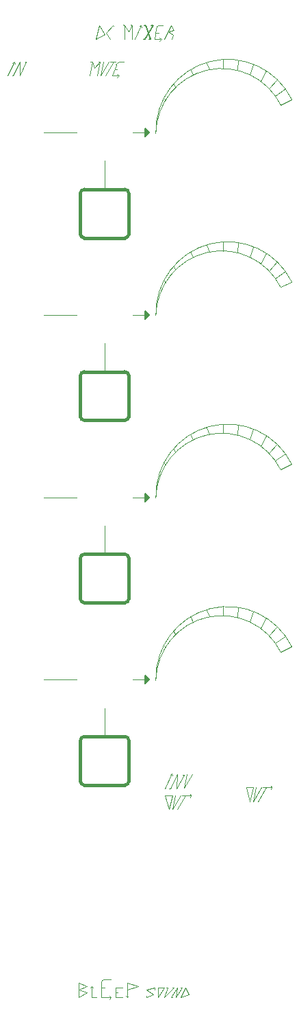
<source format=gto>
G04 #@! TF.GenerationSoftware,KiCad,Pcbnew,6.0.10+dfsg-1~bpo11+1*
G04 #@! TF.CreationDate,2023-01-12T21:37:10+00:00*
G04 #@! TF.ProjectId,Basic-DC-mixer,42617369-632d-4444-932d-6d697865722e,rev?*
G04 #@! TF.SameCoordinates,Original*
G04 #@! TF.FileFunction,Legend,Top*
G04 #@! TF.FilePolarity,Positive*
%FSLAX46Y46*%
G04 Gerber Fmt 4.6, Leading zero omitted, Abs format (unit mm)*
G04 Created by KiCad (PCBNEW 6.0.10+dfsg-1~bpo11+1) date 2023-01-12 21:37:10*
%MOMM*%
%LPD*%
G01*
G04 APERTURE LIST*
%ADD10C,0.120000*%
%ADD11C,0.400000*%
%ADD12C,0.150000*%
%ADD13C,0.100000*%
%ADD14O,6.700000X4.200000*%
G04 APERTURE END LIST*
D10*
X86900000Y-145300000D02*
X86900000Y-146700000D01*
X88100000Y-146700000D02*
X89300000Y-146700000D01*
X85300000Y-146700000D02*
X86300000Y-146100000D01*
X86300000Y-146100000D02*
X85300000Y-145700000D01*
X86900000Y-146700000D02*
X87500000Y-146700000D01*
X88500000Y-144500000D02*
X89300000Y-144500000D01*
X89900000Y-146700000D02*
X90700000Y-146700000D01*
X91300000Y-144900000D02*
X92700000Y-145300000D01*
X88100000Y-144900000D02*
X88100000Y-146700000D01*
X88100000Y-145500000D02*
X88500000Y-145500000D01*
X89900000Y-145500000D02*
X89900000Y-146700000D01*
X91100000Y-146500000D02*
X91300000Y-146700000D01*
X89900000Y-145500000D02*
X90700000Y-145500000D01*
X91300000Y-146700000D02*
X91300000Y-146500000D01*
X91300000Y-144900000D02*
X91300000Y-146700000D01*
X92700000Y-145300000D02*
X91300000Y-145700000D01*
X89900000Y-146100000D02*
X90100000Y-146100000D01*
X85300000Y-145700000D02*
X86300000Y-145300000D01*
X91300000Y-146700000D02*
X91500000Y-146500000D01*
X85300000Y-144900000D02*
X85300000Y-146700000D01*
X86300000Y-145300000D02*
X85300000Y-144900000D01*
X98100000Y-145500000D02*
X97900000Y-145500000D01*
X93700000Y-146700000D02*
X93700000Y-146500000D01*
X95100000Y-145500000D02*
X95100000Y-146700000D01*
X96300000Y-145500000D02*
X95900000Y-146700000D01*
X95900000Y-146700000D02*
X97100000Y-145500000D01*
X98500000Y-145500000D02*
X97900000Y-146700000D01*
X98500000Y-145500000D02*
X98900000Y-146300000D01*
X94700000Y-145500000D02*
X94700000Y-145700000D01*
X86900000Y-145300000D02*
X86700000Y-145500000D01*
X86900000Y-145300000D02*
X87100000Y-145500000D01*
X97500000Y-145500000D02*
X97300000Y-146700000D01*
X88500000Y-144500000D02*
G75*
G03*
X88100000Y-144900000I0J-400000D01*
G01*
X94500000Y-146300000D02*
X93700000Y-146700000D01*
X89300000Y-146700000D02*
X89100000Y-146500000D01*
X89300000Y-146700000D02*
X89100000Y-146900000D01*
X93700000Y-145700000D02*
X94500000Y-146300000D01*
X95900000Y-145500000D02*
X95100000Y-145500000D01*
X97300000Y-146700000D02*
X98100000Y-145500000D01*
X97500000Y-145500000D02*
X96700000Y-146700000D01*
X96300000Y-145500000D02*
X96100000Y-145500000D01*
X96700000Y-146700000D02*
X96900000Y-146700000D01*
X97100000Y-145500000D02*
X96900000Y-145500000D01*
X95100000Y-146700000D02*
X95900000Y-145500000D01*
X97900000Y-146700000D02*
X98900000Y-146300000D01*
X94700000Y-145500000D02*
X93700000Y-145700000D01*
X88500000Y-43500000D02*
X88500000Y-47000000D01*
X108100000Y-120800000D02*
X108800000Y-120800000D01*
X106500000Y-122500000D02*
X106000000Y-120800000D01*
X106000000Y-120800000D02*
X106900000Y-120800000D01*
X107200000Y-120800000D02*
X106900000Y-122500000D01*
X106900000Y-122500000D02*
X107900000Y-120800000D01*
X106900000Y-120800000D02*
X106500000Y-122500000D01*
X108500000Y-120800000D02*
X107500000Y-122500000D01*
X77300000Y-31300000D02*
X77100000Y-31400000D01*
X77200000Y-33000000D02*
X78000000Y-31300000D01*
X77200000Y-33000000D02*
X77100000Y-33000000D01*
X78000000Y-31300000D02*
X78000000Y-33000000D01*
X77300000Y-31300000D02*
X77400000Y-31500000D01*
X78000000Y-33000000D02*
X78800000Y-31300000D01*
X76500000Y-33000000D02*
X77300000Y-31300000D01*
X78800000Y-31300000D02*
X78700000Y-31300000D01*
X106455151Y-32854115D02*
X106841985Y-31599148D01*
X110281985Y-104069148D02*
G75*
G03*
X94841985Y-107599148I-7281985J-3680852D01*
G01*
X109200000Y-120800000D02*
X109100000Y-121000000D01*
X103141985Y-99599148D02*
X103141985Y-98499148D01*
X95841985Y-103299148D02*
X96041985Y-103499148D01*
X96900000Y-121800000D02*
X96500000Y-123500000D01*
X81000000Y-107500000D02*
X85000000Y-107500000D01*
X110281985Y-81569148D02*
G75*
G03*
X94841985Y-85099148I-7281985J-3680852D01*
G01*
X103141985Y-32099148D02*
X103141985Y-30999148D01*
X106455151Y-77854115D02*
X106841985Y-76599148D01*
X104941985Y-54799148D02*
X105041985Y-53599148D01*
X98300000Y-119200000D02*
X97425000Y-120900000D01*
X104941985Y-99799148D02*
X105041985Y-98599148D01*
D11*
X85500000Y-47500000D02*
X85500000Y-52500000D01*
D10*
X96500000Y-123500000D02*
X96000000Y-121800000D01*
X88000000Y-33000000D02*
X89000000Y-31300000D01*
X110281985Y-104069148D02*
X111655151Y-103404115D01*
X111655159Y-35904111D02*
G75*
G03*
X94841985Y-40099148I-7949579J-3929149D01*
G01*
X96700000Y-26800000D02*
X95900000Y-28500000D01*
D11*
X91500000Y-47500000D02*
G75*
G03*
X91000000Y-47000000I-500000J0D01*
G01*
D10*
X87950000Y-31300000D02*
X87250000Y-32050000D01*
X97100000Y-27400000D02*
X96400000Y-27500000D01*
X104941985Y-77299148D02*
X105041985Y-76099148D01*
X96000000Y-121800000D02*
X96900000Y-121800000D01*
D11*
X91500000Y-92500000D02*
G75*
G03*
X91000000Y-92000000I-500000J0D01*
G01*
X85500000Y-70000000D02*
X85500000Y-75000000D01*
D12*
G36*
X94000000Y-62500000D02*
G01*
X93500000Y-63000000D01*
X93500000Y-62000000D01*
X94000000Y-62500000D01*
G37*
X94000000Y-62500000D02*
X93500000Y-63000000D01*
X93500000Y-62000000D01*
X94000000Y-62500000D01*
D11*
X91500000Y-47500000D02*
X91500000Y-52500000D01*
D10*
X99441985Y-55399148D02*
X99141985Y-54799148D01*
X89550000Y-26800000D02*
X88700000Y-27750000D01*
X93000000Y-26800000D02*
X93100000Y-27000000D01*
D11*
X86000000Y-114500000D02*
G75*
G03*
X85500000Y-115000000I0J-500000D01*
G01*
D10*
X98800000Y-121800000D02*
X99200000Y-121800000D01*
D11*
X86000000Y-69500000D02*
X91000000Y-69500000D01*
D10*
X87950000Y-31300000D02*
X87550000Y-33000000D01*
X88500000Y-88500000D02*
X88500000Y-92000000D01*
D11*
X86000000Y-114500000D02*
X91000000Y-114500000D01*
D10*
X93000000Y-26800000D02*
X92800000Y-26900000D01*
X94000000Y-107500000D02*
X92000000Y-107500000D01*
X87800000Y-26800000D02*
X87400000Y-28500000D01*
X87950000Y-31300000D02*
X87750000Y-31300000D01*
D11*
X85500000Y-52500000D02*
G75*
G03*
X86000000Y-53000000I500000J0D01*
G01*
D10*
X108865151Y-79564115D02*
X109805151Y-78434115D01*
D11*
X91500000Y-70000000D02*
X91500000Y-75000000D01*
D10*
X89550000Y-26800000D02*
X89650000Y-26900000D01*
X91000000Y-26800000D02*
X91000000Y-28500000D01*
X101441985Y-54699148D02*
X101141985Y-53899148D01*
X110281985Y-36569148D02*
G75*
G03*
X94841985Y-40099148I-7281985J-3680852D01*
G01*
X103141985Y-54599148D02*
X103141985Y-53499148D01*
X92200000Y-28500000D02*
X93000000Y-26800000D01*
X87250000Y-32050000D02*
X86950000Y-31300000D01*
X108865151Y-57064115D02*
X109805151Y-55934115D01*
D11*
X91000000Y-98000000D02*
X86000000Y-98000000D01*
D10*
X99441985Y-100399148D02*
X99141985Y-99799148D01*
X107791985Y-56149148D02*
X108475151Y-54874115D01*
X89750000Y-32200000D02*
X90050000Y-32200000D01*
X90250000Y-33000000D02*
X90050000Y-32800000D01*
X81000000Y-40000000D02*
X85000000Y-40000000D01*
D11*
X86000000Y-69500000D02*
G75*
G03*
X85500000Y-70000000I0J-500000D01*
G01*
D10*
X96800000Y-119100000D02*
X96600000Y-119200000D01*
X101441985Y-32199148D02*
X101141985Y-31399148D01*
X90250000Y-33000000D02*
X90050000Y-33200000D01*
X90450000Y-31300000D02*
X90850000Y-31300000D01*
X110281985Y-36569148D02*
X111655151Y-35904115D01*
X101441985Y-99699148D02*
X101141985Y-98899148D01*
D11*
X86000000Y-92000000D02*
X91000000Y-92000000D01*
D10*
X91500000Y-27500000D02*
X91000000Y-26800000D01*
X98500000Y-121800000D02*
X97500000Y-123500000D01*
X97041985Y-101499148D02*
X97241985Y-101899148D01*
D12*
G36*
X94000000Y-40000000D02*
G01*
X93500000Y-40500000D01*
X93500000Y-39500000D01*
X94000000Y-40000000D01*
G37*
X94000000Y-40000000D02*
X93500000Y-40500000D01*
X93500000Y-39500000D01*
X94000000Y-40000000D01*
D10*
X109200000Y-120800000D02*
X109100000Y-120600000D01*
X99200000Y-121800000D02*
X99100000Y-122000000D01*
D11*
X91000000Y-120500000D02*
X86000000Y-120500000D01*
D10*
X111655159Y-103404111D02*
G75*
G03*
X94841985Y-107599148I-7949579J-3929149D01*
G01*
X107791985Y-78649148D02*
X108475151Y-77374115D01*
D11*
X85500000Y-115000000D02*
X85500000Y-120000000D01*
D10*
X94000000Y-40000000D02*
X92000000Y-40000000D01*
D11*
X91000000Y-98000000D02*
G75*
G03*
X91500000Y-97500000I0J500000D01*
G01*
X86000000Y-92000000D02*
G75*
G03*
X85500000Y-92500000I0J-500000D01*
G01*
D10*
X99200000Y-121800000D02*
X99100000Y-121600000D01*
X97450000Y-119150000D02*
X97425000Y-120900000D01*
D11*
X85500000Y-75000000D02*
G75*
G03*
X86000000Y-75500000I500000J0D01*
G01*
D10*
X97450000Y-119150000D02*
X96600000Y-120900000D01*
X107791985Y-101149148D02*
X108475151Y-99874115D01*
D12*
X94500000Y-26800000D02*
X94300000Y-26800000D01*
D10*
X89950000Y-31650000D02*
X89450000Y-33000000D01*
X88300000Y-31300000D02*
X88000000Y-33000000D01*
D11*
X91000000Y-120500000D02*
G75*
G03*
X91500000Y-120000000I0J500000D01*
G01*
D10*
X86950000Y-31300000D02*
X86650000Y-33000000D01*
D11*
X85500000Y-97500000D02*
G75*
G03*
X86000000Y-98000000I500000J0D01*
G01*
D10*
X96600000Y-120900000D02*
X96500000Y-120900000D01*
D12*
X93600000Y-26800000D02*
X94200000Y-28500000D01*
D10*
X90449999Y-31299982D02*
G75*
G03*
X89950000Y-31650000I17001J-556418D01*
G01*
X97041985Y-56499148D02*
X97241985Y-56899148D01*
X81000000Y-85000000D02*
X85000000Y-85000000D01*
X106455151Y-100354115D02*
X106841985Y-99099148D01*
D12*
G36*
X94000000Y-85000000D02*
G01*
X93500000Y-85500000D01*
X93500000Y-84500000D01*
X94000000Y-85000000D01*
G37*
X94000000Y-85000000D02*
X93500000Y-85500000D01*
X93500000Y-84500000D01*
X94000000Y-85000000D01*
D10*
X111655159Y-80904111D02*
G75*
G03*
X94841985Y-85099148I-7949579J-3929149D01*
G01*
X94900000Y-27200000D02*
X94700000Y-28500000D01*
X107791985Y-33649148D02*
X108475151Y-32374115D01*
X96000000Y-120900000D02*
X96800000Y-119100000D01*
D11*
X86000000Y-47000000D02*
G75*
G03*
X85500000Y-47500000I0J-500000D01*
G01*
D10*
X97041985Y-78999148D02*
X97241985Y-79399148D01*
X108865151Y-102064115D02*
X109805151Y-100934115D01*
D11*
X85500000Y-120000000D02*
G75*
G03*
X86000000Y-120500000I500000J0D01*
G01*
D10*
X98100000Y-121800000D02*
X98800000Y-121800000D01*
X89200000Y-31300000D02*
X89900000Y-31300000D01*
D11*
X91500000Y-70000000D02*
G75*
G03*
X91000000Y-69500000I-500000J0D01*
G01*
D10*
X96400000Y-27500000D02*
X97000000Y-28000000D01*
X89200000Y-28500000D02*
X89300000Y-28400000D01*
X94900000Y-27700000D02*
X95200000Y-27700000D01*
X109625151Y-35494115D02*
X110841985Y-34599148D01*
X96900000Y-123500000D02*
X97900000Y-121800000D01*
X106455151Y-55354115D02*
X106841985Y-54099148D01*
X101441985Y-77199148D02*
X101141985Y-76399148D01*
X95841985Y-58299148D02*
X96041985Y-58499148D01*
X94000000Y-85000000D02*
X92000000Y-85000000D01*
D11*
X85500000Y-92500000D02*
X85500000Y-97500000D01*
D10*
X95300000Y-26800000D02*
G75*
G03*
X94900000Y-27200000I0J-400000D01*
G01*
X88500000Y-66000000D02*
X88500000Y-69500000D01*
X94000000Y-62500000D02*
X92000000Y-62500000D01*
X91900000Y-26800000D02*
X91500000Y-27500000D01*
X91000000Y-26800000D02*
X90800000Y-26700000D01*
X81000000Y-62500000D02*
X85000000Y-62500000D01*
D12*
X93600000Y-26800000D02*
X93400000Y-26800000D01*
D10*
X104941985Y-32299148D02*
X105041985Y-31099148D01*
X95300000Y-26800000D02*
X95700000Y-26800000D01*
D12*
G36*
X94000000Y-107500000D02*
G01*
X93500000Y-108000000D01*
X93500000Y-107000000D01*
X94000000Y-107500000D01*
G37*
X94000000Y-107500000D02*
X93500000Y-108000000D01*
X93500000Y-107000000D01*
X94000000Y-107500000D01*
D10*
X109625151Y-80494115D02*
X110841985Y-79599148D01*
X108800000Y-120800000D02*
X109200000Y-120800000D01*
X99441985Y-77899148D02*
X99141985Y-77299148D01*
X98650000Y-119150000D02*
X98350000Y-120850000D01*
X110281985Y-59069148D02*
G75*
G03*
X94841985Y-62599148I-7281985J-3680852D01*
G01*
D11*
X91000000Y-75500000D02*
X86000000Y-75500000D01*
D10*
X95500000Y-28500000D02*
X95300000Y-28700000D01*
X91900000Y-26800000D02*
X91900000Y-28500000D01*
X110281985Y-59069148D02*
X111655151Y-58404115D01*
D11*
X86000000Y-47000000D02*
X91000000Y-47000000D01*
D10*
X108865151Y-34564115D02*
X109805151Y-33434115D01*
D11*
X91500000Y-115000000D02*
X91500000Y-120000000D01*
D10*
X86950000Y-31300000D02*
X86750000Y-31300000D01*
D12*
X94200000Y-28500000D02*
X94000000Y-28500000D01*
D11*
X91500000Y-115000000D02*
G75*
G03*
X91000000Y-114500000I-500000J0D01*
G01*
X91000000Y-75500000D02*
G75*
G03*
X91500000Y-75000000I0J500000D01*
G01*
D10*
X98350000Y-120850000D02*
X99350000Y-119150000D01*
X109625151Y-57994115D02*
X110841985Y-57099148D01*
D12*
X93500000Y-28500000D02*
X94500000Y-26800000D01*
D10*
X88500000Y-27900000D02*
X87800000Y-26800000D01*
X97200000Y-121800000D02*
X96900000Y-123500000D01*
D11*
X91000000Y-53000000D02*
G75*
G03*
X91500000Y-52500000I0J500000D01*
G01*
D10*
X109625151Y-102994115D02*
X110841985Y-102099148D01*
X94700000Y-28500000D02*
X95400000Y-28500000D01*
X88700000Y-27750000D02*
X89200000Y-28500000D01*
X111655159Y-58404111D02*
G75*
G03*
X94841985Y-62599148I-7949579J-3929149D01*
G01*
X97000000Y-28000000D02*
X96800000Y-28500000D01*
X87400000Y-28500000D02*
X88500000Y-27900000D01*
X96700000Y-26800000D02*
X97100000Y-27400000D01*
X98300000Y-119200000D02*
X98200000Y-119200000D01*
X95841985Y-35799148D02*
X96041985Y-35999148D01*
X95841985Y-80799148D02*
X96041985Y-80999148D01*
X110281985Y-81569148D02*
X111655151Y-80904115D01*
X88500000Y-111000000D02*
X88500000Y-114500000D01*
X89450000Y-33000000D02*
X90150000Y-33000000D01*
X97041985Y-33999148D02*
X97241985Y-34399148D01*
D11*
X91500000Y-92500000D02*
X91500000Y-97500000D01*
X91000000Y-53000000D02*
X86000000Y-53000000D01*
D10*
X96800000Y-119100000D02*
X96900000Y-119300000D01*
X95500000Y-28500000D02*
X95300000Y-28300000D01*
D12*
X93500000Y-28500000D02*
X93300000Y-28500000D01*
D10*
X99441985Y-32899148D02*
X99141985Y-32299148D01*
X89600000Y-31300000D02*
X88600000Y-33000000D01*
X103141985Y-77099148D02*
X103141985Y-75999148D01*
X91900000Y-26800000D02*
X91700000Y-26700000D01*
%LPC*%
D13*
G36*
X91000000Y-52500000D02*
G01*
X86000000Y-52500000D01*
X86000000Y-47500000D01*
X91000000Y-47500000D01*
X91000000Y-52500000D01*
G37*
X91000000Y-52500000D02*
X86000000Y-52500000D01*
X86000000Y-47500000D01*
X91000000Y-47500000D01*
X91000000Y-52500000D01*
G36*
X91000000Y-120000000D02*
G01*
X86000000Y-120000000D01*
X86000000Y-115000000D01*
X91000000Y-115000000D01*
X91000000Y-120000000D01*
G37*
X91000000Y-120000000D02*
X86000000Y-120000000D01*
X86000000Y-115000000D01*
X91000000Y-115000000D01*
X91000000Y-120000000D01*
G36*
X91000000Y-97500000D02*
G01*
X86000000Y-97500000D01*
X86000000Y-92500000D01*
X91000000Y-92500000D01*
X91000000Y-97500000D01*
G37*
X91000000Y-97500000D02*
X86000000Y-97500000D01*
X86000000Y-92500000D01*
X91000000Y-92500000D01*
X91000000Y-97500000D01*
G36*
X91000000Y-75000000D02*
G01*
X86000000Y-75000000D01*
X86000000Y-70000000D01*
X91000000Y-70000000D01*
X91000000Y-75000000D01*
G37*
X91000000Y-75000000D02*
X86000000Y-75000000D01*
X86000000Y-70000000D01*
X91000000Y-70000000D01*
X91000000Y-75000000D01*
D14*
X79500000Y-147000000D03*
X79500000Y-25000000D03*
X104500000Y-147000000D03*
X104500000Y-25000000D03*
M02*

</source>
